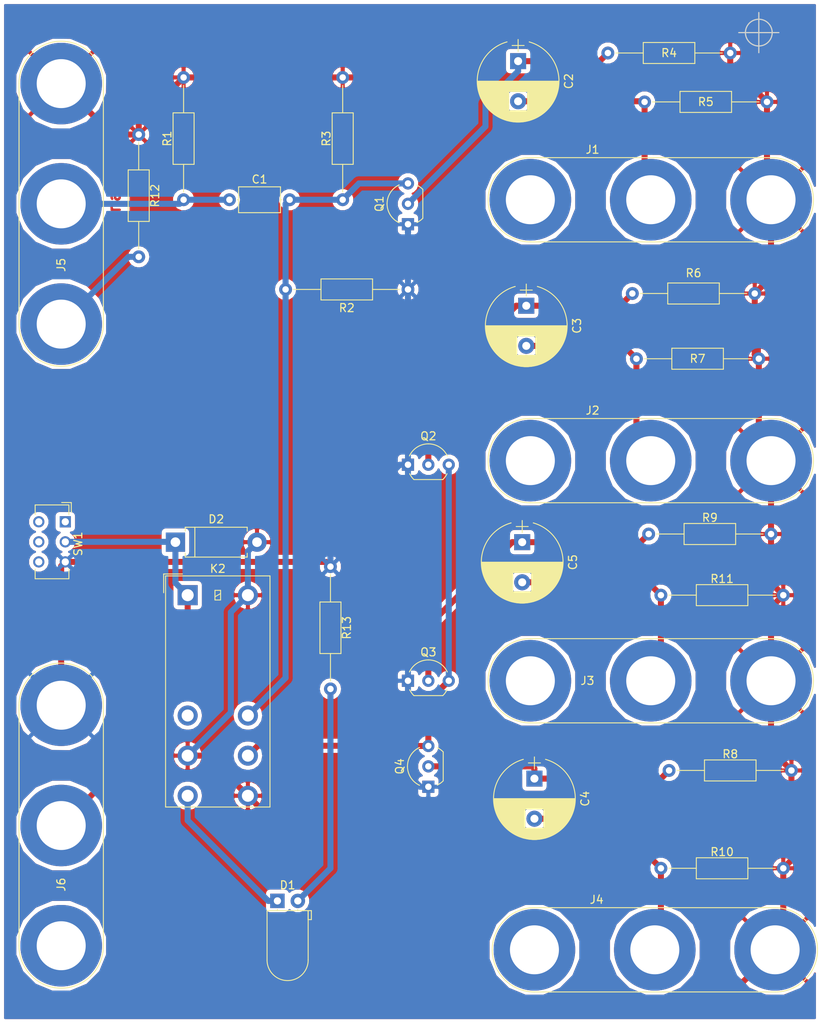
<source format=kicad_pcb>
(kicad_pcb (version 20171130) (host pcbnew "(5.0.1-3-g963ef8bb5)")
  (layers (0 F.Cu signal) (31 B.Cu signal) (34 B.Paste user hide) (35 F.Paste user hide) (36 B.SilkS user) (37 F.SilkS user) (38 B.Mask user hide) (39 F.Mask user hide) (44 Edge.Cuts user))
  (net 0 "")
  (net 1 "Net-(C1-Pad2)")
  (net 2 "Net-(C1-Pad1)")
  (net 3 "Net-(C2-Pad2)")
  (net 4 "Net-(C2-Pad1)")
  (net 5 "Net-(C3-Pad1)")
  (net 6 "Net-(C3-Pad2)")
  (net 7 "Net-(C4-Pad1)")
  (net 8 "Net-(C4-Pad2)")
  (net 9 "Net-(C5-Pad2)")
  (net 10 "Net-(C5-Pad1)")
  (net 11 "Net-(D1-Pad2)")
  (net 12 "Net-(D1-Pad1)")
  (net 13 GND)
  (net 14 +9V)
  (net 15 "Net-(D2-Pad1)")
  (net 16 "Net-(J5-Pad1)")
  (net 17 "Net-(K2-Pad6)")
  (module TO_SOT_Packages_THT:TO-92_Inline_Wide (layer F.Cu) (at 177.292 99.568)
    (fp_text reference Q3 (at 2.54 -3.56 180) (layer F.SilkS))
    (fp_text value MFPJ102)
    (pad 1 thru_hole rect (at 0 0 90) (size 1.52 1.52) (drill 0.8) (layers *.Cu *.Mask) (net 14 +9V))
    (pad 3 thru_hole circle (at 5.08 0 90) (size 1.52 1.52) (drill 0.8) (layers *.Cu *.Mask) (net 17 "Net-(K2-Pad6)"))
    (pad 2 thru_hole circle (at 2.54 0 90) (size 1.52 1.52) (drill 0.8) (layers *.Cu *.Mask) (net 10 "Net-(C5-Pad1)"))
  )
  (module audio_connectors:phone_Jack_3Pin (layer F.Cu) (at 192.532 72.136)
    (fp_text reference J2 (at 7.75 -6.25) (layer F.SilkS))
    (fp_text value Out2)
    (pad 2 thru_hole circle (at 14.99 0) (size 10.16 10.16) (drill 6.1) (layers *.Cu *.Mask) (net 6 "Net-(C3-Pad2)"))
    (pad 3 thru_hole circle (at 29.97 0) (size 10.16 10.16) (drill 6.1) (layers *.Cu *.Mask) (net 13 GND))
    (pad 1 thru_hole circle (at 0 0) (size 10.16 10.16) (drill 6.1) (layers *.Cu *.Mask))
  )
  (module Resistors_THT:R_Axial_DIN0207_L6.3mm_D2.5mm_P15.24mm_Horizontal (layer F.Cu) (at 149.352 39.624 90)
    (fp_text reference R1 (at 7.62 -2.032 90) (layer F.SilkS))
    (fp_text value 10m)
    (pad 2 thru_hole oval (at 15.24 0 90) (size 1.6 1.6) (drill 0.8) (layers *.Cu *.Mask) (net 13 GND))
    (pad 1 thru_hole circle (at 0 0 90) (size 1.6 1.6) (drill 0.8) (layers *.Cu *.Mask) (net 1 "Net-(C1-Pad2)"))
  )
  (module TO_SOT_Packages_THT:TO-92_Inline_Wide (layer F.Cu) (at 179.832 112.776 90)
    (fp_text reference Q4 (at 2.54 -3.56 270) (layer F.SilkS))
    (fp_text value MFPJ102)
    (pad 2 thru_hole circle (at 2.54 0 180) (size 1.52 1.52) (drill 0.8) (layers *.Cu *.Mask) (net 7 "Net-(C4-Pad1)"))
    (pad 3 thru_hole circle (at 5.08 0 180) (size 1.52 1.52) (drill 0.8) (layers *.Cu *.Mask) (net 17 "Net-(K2-Pad6)"))
    (pad 1 thru_hole rect (at 0 0 180) (size 1.52 1.52) (drill 0.8) (layers *.Cu *.Mask) (net 14 +9V))
  )
  (module audio_connectors:phone_Jack_3Pin (layer F.Cu) (at 192.532 99.568)
    (fp_text reference J3 (at 7.112 0) (layer F.SilkS))
    (fp_text value Out3)
    (pad 2 thru_hole circle (at 14.99 0) (size 10.16 10.16) (drill 6.1) (layers *.Cu *.Mask) (net 9 "Net-(C5-Pad2)"))
    (pad 3 thru_hole circle (at 29.97 0) (size 10.16 10.16) (drill 6.1) (layers *.Cu *.Mask) (net 13 GND))
    (pad 1 thru_hole circle (at 0 0) (size 10.16 10.16) (drill 6.1) (layers *.Cu *.Mask))
  )
  (module Resistors_THT:R_Axial_DIN0207_L6.3mm_D2.5mm_P15.24mm_Horizontal (layer F.Cu) (at 177.292 50.8 180)
    (fp_text reference R2 (at 7.62 -2.31 180) (layer F.SilkS))
    (fp_text value 2.2M)
    (pad 1 thru_hole circle (at 0 0 180) (size 1.6 1.6) (drill 0.8) (layers *.Cu *.Mask) (net 14 +9V))
    (pad 2 thru_hole oval (at 15.24 0 180) (size 1.6 1.6) (drill 0.8) (layers *.Cu *.Mask) (net 2 "Net-(C1-Pad1)"))
  )
  (module TO_SOT_Packages_THT:TO-92_Inline_Wide (layer F.Cu) (at 177.292 72.644)
    (fp_text reference Q2 (at 2.54 -3.56 180) (layer F.SilkS))
    (fp_text value MFPJ102)
    (pad 2 thru_hole circle (at 2.54 0 90) (size 1.52 1.52) (drill 0.8) (layers *.Cu *.Mask) (net 5 "Net-(C3-Pad1)"))
    (pad 3 thru_hole circle (at 5.08 0 90) (size 1.52 1.52) (drill 0.8) (layers *.Cu *.Mask) (net 17 "Net-(K2-Pad6)"))
    (pad 1 thru_hole rect (at 0 0 90) (size 1.52 1.52) (drill 0.8) (layers *.Cu *.Mask) (net 14 +9V))
  )
  (module audio_connectors:phone_Jack_3Pin (layer F.Cu) (at 193.04 133.096)
    (fp_text reference J4 (at 7.75 -6.25) (layer F.SilkS))
    (fp_text value Out4)
    (pad 1 thru_hole circle (at 0 0) (size 10.16 10.16) (drill 6.1) (layers *.Cu *.Mask))
    (pad 3 thru_hole circle (at 29.97 0) (size 10.16 10.16) (drill 6.1) (layers *.Cu *.Mask) (net 13 GND))
    (pad 2 thru_hole circle (at 14.99 0) (size 10.16 10.16) (drill 6.1) (layers *.Cu *.Mask) (net 8 "Net-(C4-Pad2)"))
  )
  (module Capacitors_THT:C_Axial_L5.1mm_D3.1mm_P7.50mm_Horizontal (layer F.Cu) (at 162.56 39.624 180)
    (fp_text reference C1 (at 3.75 2.54 180) (layer F.SilkS))
    (fp_text value 0.1)
    (pad 2 thru_hole oval (at 7.5 0 180) (size 1.6 1.6) (drill 0.8) (layers *.Cu *.Mask) (net 1 "Net-(C1-Pad2)"))
    (pad 1 thru_hole circle (at 0 0 180) (size 1.6 1.6) (drill 0.8) (layers *.Cu *.Mask) (net 2 "Net-(C1-Pad1)"))
  )
  (module Capacitors_THT:CP_Radial_D10.0mm_P5.00mm (layer F.Cu) (at 191.008 22.352 270)
    (fp_text reference C2 (at 2.5 -6.31 270) (layer F.SilkS))
    (fp_text value 1uF)
    (pad 2 thru_hole circle (at 5 0 270) (size 2 2) (drill 1) (layers *.Cu *.Mask) (net 3 "Net-(C2-Pad2)"))
    (pad 1 thru_hole rect (at 0 0 270) (size 2 2) (drill 1) (layers *.Cu *.Mask) (net 4 "Net-(C2-Pad1)"))
  )
  (module Capacitors_THT:CP_Radial_D10.0mm_P5.00mm (layer F.Cu) (at 192.024 52.832 270)
    (fp_text reference C3 (at 2.5 -6.31 270) (layer F.SilkS))
    (fp_text value 1uF)
    (pad 1 thru_hole rect (at 0 0 270) (size 2 2) (drill 1) (layers *.Cu *.Mask) (net 5 "Net-(C3-Pad1)"))
    (pad 2 thru_hole circle (at 5 0 270) (size 2 2) (drill 1) (layers *.Cu *.Mask) (net 6 "Net-(C3-Pad2)"))
  )
  (module Capacitors_THT:CP_Radial_D10.0mm_P5.00mm (layer F.Cu) (at 193.04 111.76 270)
    (fp_text reference C4 (at 2.5 -6.31 270) (layer F.SilkS))
    (fp_text value 1uF)
    (pad 1 thru_hole rect (at 0 0 270) (size 2 2) (drill 1) (layers *.Cu *.Mask) (net 7 "Net-(C4-Pad1)"))
    (pad 2 thru_hole circle (at 5 0 270) (size 2 2) (drill 1) (layers *.Cu *.Mask) (net 8 "Net-(C4-Pad2)"))
  )
  (module Capacitors_THT:CP_Radial_D10.0mm_P5.00mm (layer F.Cu) (at 191.516 82.296 270)
    (fp_text reference C5 (at 2.5 -6.31 270) (layer F.SilkS))
    (fp_text value 1uF)
    (pad 2 thru_hole circle (at 5 0 270) (size 2 2) (drill 1) (layers *.Cu *.Mask) (net 9 "Net-(C5-Pad2)"))
    (pad 1 thru_hole rect (at 0 0 270) (size 2 2) (drill 1) (layers *.Cu *.Mask) (net 10 "Net-(C5-Pad1)"))
  )
  (module LEDs:LED_D5.0mm_Horizontal_O1.27mm_Z9.0mm (layer F.Cu) (at 161.036 127)
    (fp_text reference D1 (at 1.27 -1.96) (layer F.SilkS))
    (fp_text value LED)
    (pad 2 thru_hole circle (at 2.54 0) (size 1.8 1.8) (drill 0.9) (layers *.Cu *.Mask) (net 11 "Net-(D1-Pad2)"))
    (pad 1 thru_hole rect (at 0 0) (size 1.8 1.8) (drill 0.9) (layers *.Cu *.Mask) (net 12 "Net-(D1-Pad1)"))
  )
  (module audio_connectors:phone_Jack_3Pin (layer F.Cu) (at 134.112 55.122 90)
    (fp_text reference J5 (at 7.37 0 90) (layer F.SilkS))
    (fp_text value Input1)
    (pad 2 thru_hole circle (at 14.99 0 90) (size 10.16 10.16) (drill 6.1) (layers *.Cu *.Mask) (net 1 "Net-(C1-Pad2)"))
    (pad 3 thru_hole circle (at 29.97 0 90) (size 10.16 10.16) (drill 6.1) (layers *.Cu *.Mask) (net 13 GND))
    (pad 1 thru_hole circle (at 0 0 90) (size 10.16 10.16) (drill 6.1) (layers *.Cu *.Mask) (net 16 "Net-(J5-Pad1)"))
  )
  (module TO_SOT_Packages_THT:TO-92_Inline_Wide (layer F.Cu) (at 177.292 42.672 90)
    (fp_text reference Q1 (at 2.54 -3.56 270) (layer F.SilkS))
    (fp_text value MFPJ102)
    (pad 1 thru_hole rect (at 0 0 180) (size 1.52 1.52) (drill 0.8) (layers *.Cu *.Mask) (net 14 +9V))
    (pad 3 thru_hole circle (at 5.08 0 180) (size 1.52 1.52) (drill 0.8) (layers *.Cu *.Mask) (net 2 "Net-(C1-Pad1)"))
    (pad 2 thru_hole circle (at 2.54 0 180) (size 1.52 1.52) (drill 0.8) (layers *.Cu *.Mask) (net 4 "Net-(C2-Pad1)"))
  )
  (module Resistors_THT:R_Axial_DIN0207_L6.3mm_D2.5mm_P15.24mm_Horizontal (layer F.Cu) (at 169.164 39.624 90)
    (fp_text reference R3 (at 7.62 -2.032 90) (layer F.SilkS))
    (fp_text value 2.2M)
    (pad 2 thru_hole oval (at 15.24 0 90) (size 1.6 1.6) (drill 0.8) (layers *.Cu *.Mask) (net 13 GND))
    (pad 1 thru_hole circle (at 0 0 90) (size 1.6 1.6) (drill 0.8) (layers *.Cu *.Mask) (net 2 "Net-(C1-Pad1)"))
  )
  (module Resistors_THT:R_Axial_DIN0207_L6.3mm_D2.5mm_P15.24mm_Horizontal (layer F.Cu) (at 202.184 21.336)
    (fp_text reference R4 (at 7.62 0) (layer F.SilkS))
    (fp_text value 10k)
    (pad 1 thru_hole circle (at 0 0) (size 1.6 1.6) (drill 0.8) (layers *.Cu *.Mask) (net 4 "Net-(C2-Pad1)"))
    (pad 2 thru_hole oval (at 15.24 0) (size 1.6 1.6) (drill 0.8) (layers *.Cu *.Mask) (net 13 GND))
  )
  (module Resistors_THT:R_Axial_DIN0207_L6.3mm_D2.5mm_P15.24mm_Horizontal (layer F.Cu) (at 206.756 27.432)
    (fp_text reference R5 (at 7.62 0) (layer F.SilkS))
    (fp_text value 100k)
    (pad 2 thru_hole oval (at 15.24 0) (size 1.6 1.6) (drill 0.8) (layers *.Cu *.Mask) (net 13 GND))
    (pad 1 thru_hole circle (at 0 0) (size 1.6 1.6) (drill 0.8) (layers *.Cu *.Mask) (net 3 "Net-(C2-Pad2)"))
  )
  (module Resistors_THT:R_Axial_DIN0207_L6.3mm_D2.5mm_P15.24mm_Horizontal (layer F.Cu) (at 205.232 51.308)
    (fp_text reference R6 (at 7.62 -2.54) (layer F.SilkS))
    (fp_text value 10k)
    (pad 1 thru_hole circle (at 0 0) (size 1.6 1.6) (drill 0.8) (layers *.Cu *.Mask) (net 5 "Net-(C3-Pad1)"))
    (pad 2 thru_hole oval (at 15.24 0) (size 1.6 1.6) (drill 0.8) (layers *.Cu *.Mask) (net 13 GND))
  )
  (module Resistors_THT:R_Axial_DIN0207_L6.3mm_D2.5mm_P15.24mm_Horizontal (layer F.Cu) (at 205.74 59.436)
    (fp_text reference R7 (at 7.62 0) (layer F.SilkS))
    (fp_text value 100k)
    (pad 2 thru_hole oval (at 15.24 0) (size 1.6 1.6) (drill 0.8) (layers *.Cu *.Mask) (net 13 GND))
    (pad 1 thru_hole circle (at 0 0) (size 1.6 1.6) (drill 0.8) (layers *.Cu *.Mask) (net 6 "Net-(C3-Pad2)"))
  )
  (module Resistors_THT:R_Axial_DIN0207_L6.3mm_D2.5mm_P15.24mm_Horizontal (layer F.Cu) (at 209.804 110.744)
    (fp_text reference R8 (at 7.62 -2.032) (layer F.SilkS))
    (fp_text value 10k)
    (pad 1 thru_hole circle (at 0 0) (size 1.6 1.6) (drill 0.8) (layers *.Cu *.Mask) (net 7 "Net-(C4-Pad1)"))
    (pad 2 thru_hole oval (at 15.24 0) (size 1.6 1.6) (drill 0.8) (layers *.Cu *.Mask) (net 13 GND))
  )
  (module Resistors_THT:R_Axial_DIN0207_L6.3mm_D2.5mm_P15.24mm_Horizontal (layer F.Cu) (at 207.264 81.28)
    (fp_text reference R9 (at 7.62 -2.032) (layer F.SilkS))
    (fp_text value 10k)
    (pad 1 thru_hole circle (at 0 0) (size 1.6 1.6) (drill 0.8) (layers *.Cu *.Mask) (net 10 "Net-(C5-Pad1)"))
    (pad 2 thru_hole oval (at 15.24 0) (size 1.6 1.6) (drill 0.8) (layers *.Cu *.Mask) (net 13 GND))
  )
  (module Resistors_THT:R_Axial_DIN0207_L6.3mm_D2.5mm_P15.24mm_Horizontal (layer F.Cu) (at 208.788 122.936)
    (fp_text reference R10 (at 7.62 -2.032) (layer F.SilkS))
    (fp_text value 100k)
    (pad 2 thru_hole oval (at 15.24 0) (size 1.6 1.6) (drill 0.8) (layers *.Cu *.Mask) (net 13 GND))
    (pad 1 thru_hole circle (at 0 0) (size 1.6 1.6) (drill 0.8) (layers *.Cu *.Mask) (net 8 "Net-(C4-Pad2)"))
  )
  (module Resistors_THT:R_Axial_DIN0207_L6.3mm_D2.5mm_P15.24mm_Horizontal (layer F.Cu) (at 208.788 88.9)
    (fp_text reference R11 (at 7.62 -2.032) (layer F.SilkS))
    (fp_text value 100k)
    (pad 2 thru_hole oval (at 15.24 0) (size 1.6 1.6) (drill 0.8) (layers *.Cu *.Mask) (net 13 GND))
    (pad 1 thru_hole circle (at 0 0) (size 1.6 1.6) (drill 0.8) (layers *.Cu *.Mask) (net 9 "Net-(C5-Pad2)"))
  )
  (module Resistors_THT:R_Axial_DIN0207_L6.3mm_D2.5mm_P15.24mm_Horizontal (layer F.Cu) (at 143.764 31.496 270)
    (fp_text reference R12 (at 7.62 -2.032 270) (layer F.SilkS))
    (fp_text value 100k)
    (pad 1 thru_hole circle (at 0 0 270) (size 1.6 1.6) (drill 0.8) (layers *.Cu *.Mask) (net 13 GND))
    (pad 2 thru_hole oval (at 15.24 0 270) (size 1.6 1.6) (drill 0.8) (layers *.Cu *.Mask) (net 16 "Net-(J5-Pad1)"))
  )
  (module Resistors_THT:R_Axial_DIN0207_L6.3mm_D2.5mm_P15.24mm_Horizontal (layer F.Cu) (at 167.64 85.344 270)
    (fp_text reference R13 (at 7.62 -2.032 270) (layer F.SilkS))
    (fp_text value 680)
    (pad 2 thru_hole oval (at 15.24 0 270) (size 1.6 1.6) (drill 0.8) (layers *.Cu *.Mask) (net 11 "Net-(D1-Pad2)"))
    (pad 1 thru_hole circle (at 0 0 270) (size 1.6 1.6) (drill 0.8) (layers *.Cu *.Mask) (net 14 +9V))
  )
  (module Buttons_Switches_THT:SW_CuK_JS202011CQN_DPDT_Straight (layer F.Cu) (at 134.62 79.756 270)
    (fp_text reference SW1 (at 2.75 -1.6 270) (layer F.SilkS))
    (fp_text value SW_Tuner)
    (pad 6 thru_hole circle (at 5 3.3 270) (size 1.4 1.4) (drill 0.9) (layers *.Cu *.Mask))
    (pad 5 thru_hole circle (at 2.5 3.3 270) (size 1.4 1.4) (drill 0.9) (layers *.Cu *.Mask))
    (pad 4 thru_hole circle (at 0 3.3 270) (size 1.4 1.4) (drill 0.9) (layers *.Cu *.Mask))
    (pad 3 thru_hole circle (at 5 0 270) (size 1.4 1.4) (drill 0.9) (layers *.Cu *.Mask) (net 14 +9V))
    (pad 2 thru_hole circle (at 2.5 0 270) (size 1.4 1.4) (drill 0.9) (layers *.Cu *.Mask) (net 15 "Net-(D2-Pad1)"))
    (pad 1 thru_hole rect (at 0 0 270) (size 1.4 1.4) (drill 0.9) (layers *.Cu *.Mask))
  )
  (module Diodes_THT:D_DO-15_P10.16mm_Horizontal (layer F.Cu) (at 148.336 82.296)
    (fp_text reference D2 (at 5.08 -2.86) (layer F.SilkS))
    (fp_text value SB120)
    (pad 2 thru_hole oval (at 10.16 0) (size 2.4 2.4) (drill 1.2) (layers *.Cu *.Mask) (net 13 GND))
    (pad 1 thru_hole rect (at 0 0) (size 2.4 2.4) (drill 1.2) (layers *.Cu *.Mask) (net 15 "Net-(D2-Pad1)"))
  )
  (module audio_connectors:phone_Jack_3Pin (layer F.Cu) (at 192.532 39.624)
    (fp_text reference J1 (at 7.75 -6.25) (layer F.SilkS))
    (fp_text value Out1)
    (pad 1 thru_hole circle (at 0 0) (size 10.16 10.16) (drill 6.1) (layers *.Cu *.Mask))
    (pad 3 thru_hole circle (at 29.97 0) (size 10.16 10.16) (drill 6.1) (layers *.Cu *.Mask) (net 13 GND))
    (pad 2 thru_hole circle (at 14.99 0) (size 10.16 10.16) (drill 6.1) (layers *.Cu *.Mask) (net 3 "Net-(C2-Pad2)"))
  )
  (module audio_connectors:phone_Jack_3Pin (layer F.Cu) (at 134.112 102.618 270)
    (fp_text reference J6 (at 22.35 0 270) (layer F.SilkS))
    (fp_text value FootSwitchJack)
    (pad 2 thru_hole circle (at 14.99 0 270) (size 10.16 10.16) (drill 6.1) (layers *.Cu *.Mask) (net 15 "Net-(D2-Pad1)"))
    (pad 3 thru_hole circle (at 29.97 0 270) (size 10.16 10.16) (drill 6.1) (layers *.Cu *.Mask))
    (pad 1 thru_hole circle (at 0 0 270) (size 10.16 10.16) (drill 6.1) (layers *.Cu *.Mask) (net 14 +9V))
  )
  (module Relays_THT:Relay_DPDT_Panasonic_JW2 (layer F.Cu) (at 149.86 88.9)
    (fp_text reference K2 (at 3.75 -3.3) (layer F.SilkS))
    (fp_text value G6K-2P)
    (pad 8 thru_hole oval (at 7.5 0) (size 2.5 2.5) (drill 1.5) (layers *.Cu *.Mask) (net 13 GND))
    (pad 7 thru_hole oval (at 7.5 15) (size 2.5 2.5) (drill 1.5) (layers *.Cu *.Mask) (net 2 "Net-(C1-Pad1)"))
    (pad 6 thru_hole oval (at 7.5 20) (size 2.5 2.5) (drill 1.5) (layers *.Cu *.Mask) (net 17 "Net-(K2-Pad6)"))
    (pad 5 thru_hole oval (at 7.5 25) (size 2.5 2.5) (drill 1.5) (layers *.Cu *.Mask) (net 13 GND))
    (pad 4 thru_hole oval (at 0 25) (size 2.5 2.5) (drill 1.5) (layers *.Cu *.Mask) (net 12 "Net-(D1-Pad1)"))
    (pad 3 thru_hole oval (at 0 20) (size 2.5 2.5) (drill 1.5) (layers *.Cu *.Mask) (net 13 GND))
    (pad 2 thru_hole oval (at 0 15) (size 2.5 2.5) (drill 1.5) (layers *.Cu *.Mask))
    (pad 1 thru_hole rect (at 0 0) (size 2.5 2.5) (drill 1.5) (layers *.Cu *.Mask) (net 15 "Net-(D2-Pad1)"))
  )
  (gr_line (start 126.492 142.24) (end 126.492 14.732) (layer Edge.Cuts) (width 0.001))
  (gr_line (start 228.6 142.24) (end 126.492 142.24) (layer Edge.Cuts) (width 0.001))
  (gr_line (start 228.6 14.732) (end 228.6 142.24) (layer Edge.Cuts) (width 0.001))
  (gr_line (start 126.492 14.732) (end 228.6 14.732) (layer Edge.Cuts) (width 0.001))
  (gr_text Vcc (at 139.7 95.504 90) (layer F.Cu) (effects (font (size 1.5 1.5) (thickness 0.3))))
  (gr_text "Coil\n" (at 141.224 117.856 90) (layer F.Cu) (effects (font (size 1.5 1.5) (thickness 0.3))))
  (gr_text shunt (at 141.224 55.372 90) (layer F.Cu) (effects (font (size 1.5 1.5) (thickness 0.3))))
  (gr_text "Signal In" (at 140.716 39.624 90) (layer F.Cu) (effects (font (size 1.5 1.5) (thickness 0.3))))
  (target plus (at 220.98 18.796) (size 5) (width 0.15) (layer Edge.Cuts))
  (segment (start 148.844 40.132) (end 149.352 39.624) (width 0.75) (layer B.Cu) (net 1))
  (segment (start 134.112 40.132) (end 148.844 40.132) (width 0.75) (layer B.Cu) (net 1))
  (segment (start 149.352 39.624) (end 155.06 39.624) (width 0.75) (layer B.Cu) (net 1))
  (segment (start 162.56 39.624) (end 169.164 39.624) (width 0.75) (layer B.Cu) (net 2))
  (segment (start 171.196 37.592) (end 177.292 37.592) (width 0.75) (layer B.Cu) (net 2))
  (segment (start 169.164 39.624) (end 171.196 37.592) (width 0.75) (layer B.Cu) (net 2))
  (segment (start 162.052 99.208) (end 162.052 50.8) (width 0.75) (layer B.Cu) (net 2))
  (segment (start 157.36 103.9) (end 162.052 99.208) (width 0.75) (layer B.Cu) (net 2))
  (segment (start 162.052 40.132) (end 162.56 39.624) (width 0.75) (layer B.Cu) (net 2))
  (segment (start 162.052 50.8) (end 162.052 40.132) (width 0.75) (layer B.Cu) (net 2))
  (segment (start 206.676 27.352) (end 206.756 27.432) (width 0.75) (layer F.Cu) (net 3))
  (segment (start 191.008 27.352) (end 206.676 27.352) (width 0.75) (layer F.Cu) (net 3))
  (segment (start 206.756 38.858) (end 207.522 39.624) (width 0.75) (layer F.Cu) (net 3))
  (segment (start 206.756 27.432) (end 206.756 38.858) (width 0.75) (layer F.Cu) (net 3))
  (segment (start 201.168 22.352) (end 202.184 21.336) (width 0.75) (layer F.Cu) (net 4))
  (segment (start 191.008 22.352) (end 201.168 22.352) (width 0.75) (layer F.Cu) (net 4))
  (segment (start 186.944 30.48) (end 186.944 27.666) (width 0.75) (layer B.Cu) (net 4))
  (segment (start 191.008 23.602) (end 191.008 22.352) (width 0.75) (layer B.Cu) (net 4))
  (segment (start 186.944 27.666) (end 191.008 23.602) (width 0.75) (layer B.Cu) (net 4))
  (segment (start 177.292 40.132) (end 186.944 30.48) (width 0.75) (layer B.Cu) (net 4))
  (segment (start 203.708 52.832) (end 205.232 51.308) (width 0.75) (layer F.Cu) (net 5))
  (segment (start 192.024 52.832) (end 203.708 52.832) (width 0.75) (layer F.Cu) (net 5))
  (segment (start 190.774 52.832) (end 192.024 52.832) (width 0.75) (layer F.Cu) (net 5))
  (segment (start 179.832 63.774) (end 190.774 52.832) (width 0.75) (layer F.Cu) (net 5))
  (segment (start 179.832 72.644) (end 179.832 63.774) (width 0.75) (layer F.Cu) (net 5))
  (segment (start 204.136 57.832) (end 205.74 59.436) (width 0.75) (layer F.Cu) (net 6))
  (segment (start 192.024 57.832) (end 204.136 57.832) (width 0.75) (layer F.Cu) (net 6))
  (segment (start 205.74 70.354) (end 207.522 72.136) (width 0.75) (layer F.Cu) (net 6))
  (segment (start 205.74 59.436) (end 205.74 70.354) (width 0.75) (layer F.Cu) (net 6))
  (segment (start 208.788 111.76) (end 209.804 110.744) (width 0.75) (layer F.Cu) (net 7))
  (segment (start 193.04 111.76) (end 208.788 111.76) (width 0.75) (layer F.Cu) (net 7))
  (segment (start 193.04 110.51) (end 193.04 111.76) (width 0.75) (layer F.Cu) (net 7))
  (segment (start 192.766 110.236) (end 193.04 110.51) (width 0.75) (layer F.Cu) (net 7))
  (segment (start 179.832 110.236) (end 192.766 110.236) (width 0.75) (layer F.Cu) (net 7))
  (segment (start 202.612 116.76) (end 208.788 122.936) (width 0.75) (layer F.Cu) (net 8))
  (segment (start 193.04 116.76) (end 202.612 116.76) (width 0.75) (layer F.Cu) (net 8))
  (segment (start 208.788 132.338) (end 208.03 133.096) (width 0.75) (layer F.Cu) (net 8))
  (segment (start 208.788 122.936) (end 208.788 132.338) (width 0.75) (layer F.Cu) (net 8))
  (segment (start 207.184 87.296) (end 208.788 88.9) (width 0.75) (layer F.Cu) (net 9))
  (segment (start 191.516 87.296) (end 207.184 87.296) (width 0.75) (layer F.Cu) (net 9))
  (segment (start 208.788 98.302) (end 207.522 99.568) (width 0.75) (layer F.Cu) (net 9))
  (segment (start 208.788 88.9) (end 208.788 98.302) (width 0.75) (layer F.Cu) (net 9))
  (segment (start 190.266 82.296) (end 191.516 82.296) (width 0.75) (layer F.Cu) (net 10))
  (segment (start 179.832 92.73) (end 190.266 82.296) (width 0.75) (layer F.Cu) (net 10))
  (segment (start 179.832 99.568) (end 179.832 92.73) (width 0.75) (layer F.Cu) (net 10))
  (segment (start 206.248 82.296) (end 207.264 81.28) (width 0.75) (layer F.Cu) (net 10))
  (segment (start 191.516 82.296) (end 206.248 82.296) (width 0.75) (layer F.Cu) (net 10))
  (segment (start 167.64 122.936) (end 167.64 100.584) (width 0.75) (layer B.Cu) (net 11))
  (segment (start 163.576 127) (end 167.64 122.936) (width 0.75) (layer B.Cu) (net 11))
  (segment (start 149.86 116.974) (end 159.886 127) (width 0.75) (layer B.Cu) (net 12))
  (segment (start 159.886 127) (end 161.036 127) (width 0.75) (layer B.Cu) (net 12))
  (segment (start 149.86 113.9) (end 149.86 116.974) (width 0.75) (layer B.Cu) (net 12))
  (segment (start 140.456 31.496) (end 143.764 31.496) (width 0.75) (layer F.Cu) (net 13))
  (segment (start 134.112 25.152) (end 140.456 31.496) (width 0.75) (layer F.Cu) (net 13))
  (segment (start 143.764 29.972) (end 149.352 24.384) (width 0.75) (layer F.Cu) (net 13))
  (segment (start 143.764 31.496) (end 143.764 29.972) (width 0.75) (layer F.Cu) (net 13))
  (segment (start 149.352 24.384) (end 169.164 24.384) (width 0.75) (layer F.Cu) (net 13))
  (segment (start 169.164 24.384) (end 214.376 24.384) (width 0.75) (layer F.Cu) (net 13))
  (segment (start 217.424 22.86) (end 221.996 27.432) (width 0.75) (layer F.Cu) (net 13))
  (segment (start 217.424 21.336) (end 217.424 22.86) (width 0.75) (layer F.Cu) (net 13))
  (segment (start 221.996 39.118) (end 222.502 39.624) (width 0.75) (layer F.Cu) (net 13))
  (segment (start 221.996 27.432) (end 221.996 39.118) (width 0.75) (layer F.Cu) (net 13))
  (segment (start 222.502 49.278) (end 220.472 51.308) (width 0.75) (layer F.Cu) (net 13))
  (segment (start 222.502 39.624) (end 222.502 49.278) (width 0.75) (layer F.Cu) (net 13))
  (segment (start 220.472 58.928) (end 220.98 59.436) (width 0.75) (layer F.Cu) (net 13))
  (segment (start 220.472 51.308) (end 220.472 58.928) (width 0.75) (layer F.Cu) (net 13))
  (segment (start 220.98 70.614) (end 222.502 72.136) (width 0.75) (layer F.Cu) (net 13))
  (segment (start 220.98 59.436) (end 220.98 70.614) (width 0.75) (layer F.Cu) (net 13))
  (segment (start 222.502 81.278) (end 222.504 81.28) (width 0.75) (layer F.Cu) (net 13))
  (segment (start 222.502 72.136) (end 222.502 81.278) (width 0.75) (layer F.Cu) (net 13))
  (segment (start 222.504 87.376) (end 224.028 88.9) (width 0.75) (layer F.Cu) (net 13))
  (segment (start 222.504 81.28) (end 222.504 87.376) (width 0.75) (layer F.Cu) (net 13))
  (segment (start 222.502 90.426) (end 224.028 88.9) (width 0.75) (layer F.Cu) (net 13))
  (segment (start 222.502 99.568) (end 222.502 90.426) (width 0.75) (layer F.Cu) (net 13))
  (segment (start 222.502 108.202) (end 225.044 110.744) (width 0.75) (layer F.Cu) (net 13))
  (segment (start 222.502 99.568) (end 222.502 108.202) (width 0.75) (layer F.Cu) (net 13))
  (segment (start 225.044 121.92) (end 224.028 122.936) (width 0.75) (layer F.Cu) (net 13))
  (segment (start 225.044 110.744) (end 225.044 121.92) (width 0.75) (layer F.Cu) (net 13))
  (segment (start 224.028 132.078) (end 223.01 133.096) (width 0.75) (layer F.Cu) (net 13))
  (segment (start 224.028 122.936) (end 224.028 132.078) (width 0.75) (layer F.Cu) (net 13))
  (segment (start 152.36 108.9) (end 157.36 113.9) (width 0.75) (layer F.Cu) (net 13))
  (segment (start 149.86 108.9) (end 152.36 108.9) (width 0.75) (layer F.Cu) (net 13))
  (segment (start 157.36 83.432) (end 158.496 82.296) (width 0.75) (layer B.Cu) (net 13))
  (segment (start 157.36 88.9) (end 157.36 83.432) (width 0.75) (layer B.Cu) (net 13))
  (segment (start 151.109999 107.650001) (end 149.86 108.9) (width 0.75) (layer B.Cu) (net 13))
  (segment (start 155.234999 103.525001) (end 151.109999 107.650001) (width 0.75) (layer B.Cu) (net 13))
  (segment (start 155.234999 91.025001) (end 155.234999 103.525001) (width 0.75) (layer B.Cu) (net 13))
  (segment (start 157.36 88.9) (end 155.234999 91.025001) (width 0.75) (layer B.Cu) (net 13))
  (segment (start 223.01 133.096) (end 215.39 140.716) (width 0.75) (layer F.Cu) (net 13))
  (segment (start 184.176 140.716) (end 157.36 113.9) (width 0.75) (layer F.Cu) (net 13))
  (segment (start 215.39 140.716) (end 184.176 140.716) (width 0.75) (layer F.Cu) (net 13))
  (segment (start 177.292 42.672) (end 177.292 43.682) (width 0.75) (layer B.Cu) (net 14))
  (segment (start 177.292 111.246) (end 177.292 99.568) (width 0.75) (layer B.Cu) (net 14))
  (segment (start 178.822 112.776) (end 177.292 111.246) (width 0.75) (layer B.Cu) (net 14))
  (segment (start 179.832 112.776) (end 178.822 112.776) (width 0.75) (layer B.Cu) (net 14))
  (segment (start 177.292 99.568) (end 177.292 72.644) (width 0.75) (layer B.Cu) (net 14))
  (segment (start 177.292 72.644) (end 177.292 50.8) (width 0.75) (layer B.Cu) (net 14))
  (segment (start 177.292 50.8) (end 177.292 42.672) (width 0.75) (layer B.Cu) (net 14))
  (segment (start 176.282 72.644) (end 177.292 72.644) (width 0.75) (layer B.Cu) (net 14))
  (segment (start 167.64 81.286) (end 176.282 72.644) (width 0.75) (layer B.Cu) (net 14))
  (segment (start 167.64 85.344) (end 167.64 81.286) (width 0.75) (layer B.Cu) (net 14))
  (segment (start 167.052 84.756) (end 167.64 85.344) (width 0.75) (layer F.Cu) (net 14))
  (segment (start 134.62 84.756) (end 167.052 84.756) (width 0.75) (layer F.Cu) (net 14))
  (segment (start 134.112 85.264) (end 134.62 84.756) (width 0.75) (layer F.Cu) (net 14))
  (segment (start 134.112 102.618) (end 134.112 85.264) (width 0.75) (layer F.Cu) (net 14))
  (segment (start 139.191999 112.528001) (end 134.112 117.608) (width 0.75) (layer F.Cu) (net 15))
  (segment (start 139.191999 106.351403) (end 139.191999 112.528001) (width 0.75) (layer F.Cu) (net 15))
  (segment (start 149.86 95.683402) (end 139.191999 106.351403) (width 0.75) (layer F.Cu) (net 15))
  (segment (start 149.86 88.9) (end 149.86 95.683402) (width 0.75) (layer F.Cu) (net 15))
  (segment (start 148.296 82.256) (end 148.336 82.296) (width 0.75) (layer B.Cu) (net 15))
  (segment (start 134.62 82.256) (end 148.296 82.256) (width 0.75) (layer B.Cu) (net 15))
  (segment (start 148.336 87.376) (end 149.86 88.9) (width 0.75) (layer B.Cu) (net 15))
  (segment (start 148.336 82.296) (end 148.336 87.376) (width 0.75) (layer B.Cu) (net 15))
  (segment (start 142.498 46.736) (end 143.764 46.736) (width 0.75) (layer B.Cu) (net 16))
  (segment (start 134.112 55.122) (end 142.498 46.736) (width 0.75) (layer B.Cu) (net 16))
  (segment (start 181.612001 100.327999) (end 182.372 99.568) (width 0.75) (layer F.Cu) (net 17))
  (segment (start 179.832 102.108) (end 182.372 99.568) (width 0.75) (layer F.Cu) (net 17))
  (segment (start 179.832 107.696) (end 179.832 102.108) (width 0.75) (layer F.Cu) (net 17))
  (segment (start 158.609999 107.650001) (end 179.832 107.696) (width 0.75) (layer F.Cu) (net 17))
  (segment (start 157.36 108.9) (end 158.609999 107.650001) (width 0.75) (layer F.Cu) (net 17))
  (segment (start 182.372 72.644) (end 182.372 99.568) (width 0.75) (layer B.Cu) (net 17))
  (zone (net 13) (net_name GND) (layer F.Cu) (connect_pads thru_hole_only (clearance 0.508)) (min_thickness 0.254) (fill yes (arc_segments 16) (thermal_gap 0.508) (thermal_bridge_width 0.508))
    (polygon (pts (xy 126.492 14.732) (xy 228.6 14.732) (xy 228.6 142.24) (xy 126.492 142.24)))
  )
  (zone (net 14) (net_name +9V) (layer B.Cu) (connect_pads thru_hole_only (clearance 0.508)) (min_thickness 0.254) (fill yes (arc_segments 16) (thermal_gap 0.508) (thermal_bridge_width 0.508))
    (polygon (pts (xy 126.492 14.732) (xy 228.6 14.732) (xy 228.6 142.24) (xy 126.492 142.24)))
  )
)
</source>
